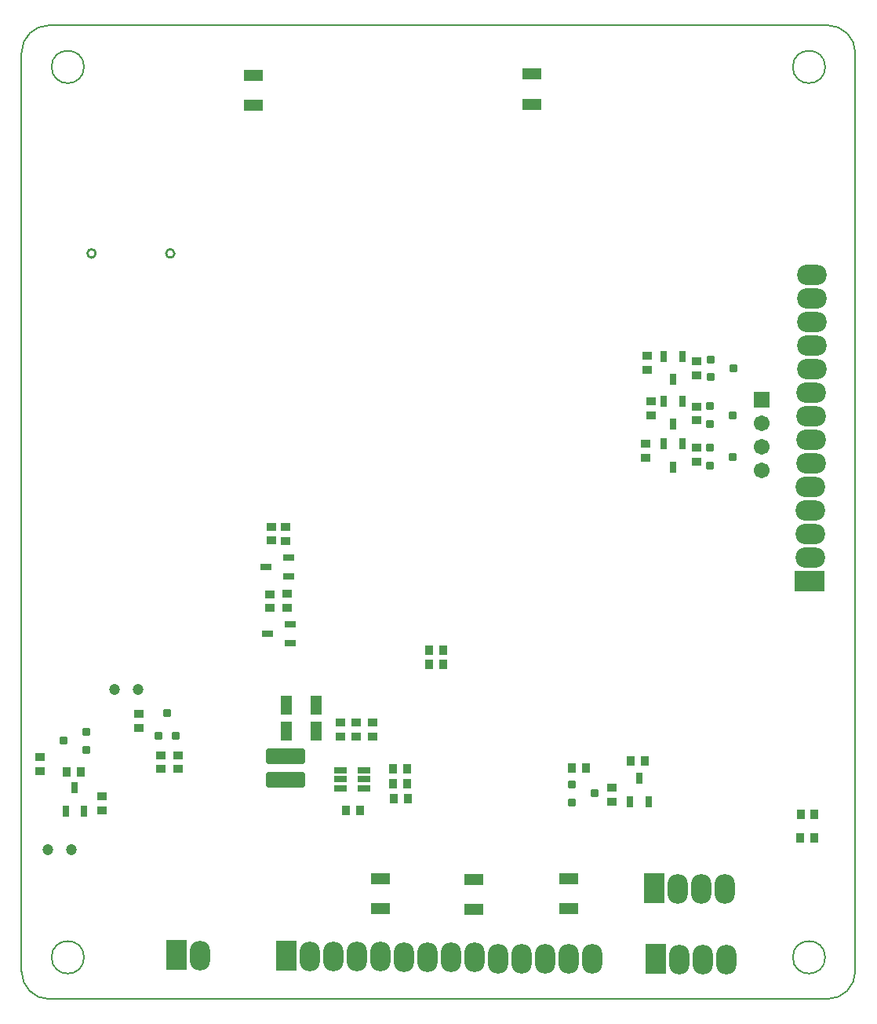
<source format=gbs>
%FSLAX25Y25*%
%MOIN*%
G70*
G01*
G75*
G04 Layer_Color=16711935*
%ADD10C,0.00800*%
%ADD11C,0.01000*%
%ADD12C,0.02000*%
%ADD13C,0.01200*%
%ADD14C,0.02000*%
%ADD15R,0.05906X0.05906*%
%ADD16R,0.02756X0.03347*%
%ADD17R,0.03347X0.02756*%
%ADD18R,0.03937X0.02362*%
G04:AMPARAMS|DCode=19|XSize=39.37mil|YSize=41.34mil|CornerRadius=5.91mil|HoleSize=0mil|Usage=FLASHONLY|Rotation=180.000|XOffset=0mil|YOffset=0mil|HoleType=Round|Shape=RoundedRectangle|*
%AMROUNDEDRECTD19*
21,1,0.03937,0.02953,0,0,180.0*
21,1,0.02756,0.04134,0,0,180.0*
1,1,0.01181,-0.01378,0.01476*
1,1,0.01181,0.01378,0.01476*
1,1,0.01181,0.01378,-0.01476*
1,1,0.01181,-0.01378,-0.01476*
%
%ADD19ROUNDEDRECTD19*%
G04:AMPARAMS|DCode=20|XSize=41.34mil|YSize=86.61mil|CornerRadius=6.2mil|HoleSize=0mil|Usage=FLASHONLY|Rotation=180.000|XOffset=0mil|YOffset=0mil|HoleType=Round|Shape=RoundedRectangle|*
%AMROUNDEDRECTD20*
21,1,0.04134,0.07421,0,0,180.0*
21,1,0.02894,0.08661,0,0,180.0*
1,1,0.01240,-0.01447,0.03711*
1,1,0.01240,0.01447,0.03711*
1,1,0.01240,0.01447,-0.03711*
1,1,0.01240,-0.01447,-0.03711*
%
%ADD20ROUNDEDRECTD20*%
%ADD21R,0.07874X0.07874*%
%ADD22R,0.07087X0.03937*%
%ADD23R,0.02000X0.05000*%
%ADD24R,0.02362X0.03937*%
%ADD25R,0.07874X0.07874*%
%ADD26R,0.02559X0.05315*%
%ADD27R,0.03937X0.05118*%
%ADD28R,0.05118X0.03937*%
G04:AMPARAMS|DCode=29|XSize=157.48mil|YSize=59.06mil|CornerRadius=8.86mil|HoleSize=0mil|Usage=FLASHONLY|Rotation=180.000|XOffset=0mil|YOffset=0mil|HoleType=Round|Shape=RoundedRectangle|*
%AMROUNDEDRECTD29*
21,1,0.15748,0.04134,0,0,180.0*
21,1,0.13976,0.05906,0,0,180.0*
1,1,0.01772,-0.06988,0.02067*
1,1,0.01772,0.06988,0.02067*
1,1,0.01772,0.06988,-0.02067*
1,1,0.01772,-0.06988,-0.02067*
%
%ADD29ROUNDEDRECTD29*%
%ADD30R,0.06299X0.03543*%
%ADD31R,0.03543X0.06299*%
%ADD32R,0.01969X0.09843*%
%ADD33R,0.03937X0.03150*%
%ADD34R,0.03150X0.03937*%
%ADD35R,0.09843X0.11811*%
%ADD36O,0.07087X0.02362*%
%ADD37O,0.02362X0.07087*%
%ADD38R,0.01575X0.03347*%
%ADD39R,0.01378X0.01181*%
%ADD40R,0.01378X0.00984*%
%ADD41R,0.01181X0.01181*%
%ADD42O,0.02500X0.05500*%
%ADD43R,0.02500X0.05500*%
%ADD44R,0.05000X0.05000*%
%ADD45R,0.07874X0.05000*%
G04:AMPARAMS|DCode=46|XSize=45mil|YSize=65mil|CornerRadius=5.63mil|HoleSize=0mil|Usage=FLASHONLY|Rotation=270.000|XOffset=0mil|YOffset=0mil|HoleType=Round|Shape=RoundedRectangle|*
%AMROUNDEDRECTD46*
21,1,0.04500,0.05375,0,0,270.0*
21,1,0.03375,0.06500,0,0,270.0*
1,1,0.01125,-0.02688,-0.01688*
1,1,0.01125,-0.02688,0.01688*
1,1,0.01125,0.02688,0.01688*
1,1,0.01125,0.02688,-0.01688*
%
%ADD46ROUNDEDRECTD46*%
%ADD47R,0.07874X0.06693*%
%ADD48O,0.06299X0.01181*%
%ADD49O,0.01181X0.06299*%
%ADD50R,0.06299X0.01181*%
%ADD51R,0.02559X0.04843*%
%ADD52R,0.02756X0.08268*%
%ADD53C,0.03000*%
%ADD54C,0.04000*%
%ADD55R,0.09200X0.08300*%
%ADD56R,0.49000X0.11200*%
%ADD57R,0.07000X0.08100*%
%ADD58R,0.06200X0.16300*%
%ADD59R,0.25800X0.06600*%
%ADD60R,0.08400X0.20000*%
%ADD61C,0.00500*%
%ADD62C,0.05906*%
%ADD63R,0.05906X0.05906*%
%ADD64R,0.07874X0.11811*%
%ADD65O,0.07874X0.11811*%
%ADD66C,0.03937*%
%ADD67O,0.11811X0.07874*%
%ADD68R,0.11811X0.07874*%
%ADD69C,0.03000*%
%ADD70C,0.04000*%
G04:AMPARAMS|DCode=71|XSize=23.62mil|YSize=25.59mil|CornerRadius=3.54mil|HoleSize=0mil|Usage=FLASHONLY|Rotation=90.000|XOffset=0mil|YOffset=0mil|HoleType=Round|Shape=RoundedRectangle|*
%AMROUNDEDRECTD71*
21,1,0.02362,0.01850,0,0,90.0*
21,1,0.01654,0.02559,0,0,90.0*
1,1,0.00709,0.00925,0.00827*
1,1,0.00709,0.00925,-0.00827*
1,1,0.00709,-0.00925,-0.00827*
1,1,0.00709,-0.00925,0.00827*
%
%ADD71ROUNDEDRECTD71*%
G04:AMPARAMS|DCode=72|XSize=23.62mil|YSize=25.59mil|CornerRadius=3.54mil|HoleSize=0mil|Usage=FLASHONLY|Rotation=180.000|XOffset=0mil|YOffset=0mil|HoleType=Round|Shape=RoundedRectangle|*
%AMROUNDEDRECTD72*
21,1,0.02362,0.01850,0,0,180.0*
21,1,0.01654,0.02559,0,0,180.0*
1,1,0.00709,-0.00827,0.00925*
1,1,0.00709,0.00827,0.00925*
1,1,0.00709,0.00827,-0.00925*
1,1,0.00709,-0.00827,-0.00925*
%
%ADD72ROUNDEDRECTD72*%
%ADD73R,0.05000X0.02000*%
%ADD74R,0.03937X0.07087*%
%ADD75C,0.05000*%
%ADD76R,0.27900X0.11200*%
%ADD77R,0.07100X0.27500*%
%ADD78C,0.02362*%
%ADD79C,0.00984*%
%ADD80C,0.00787*%
%ADD81C,0.00300*%
%ADD82C,0.01969*%
%ADD83C,0.00394*%
%ADD84C,0.00400*%
%ADD85C,0.00493*%
%ADD86C,0.00700*%
%ADD87R,0.02228X0.02472*%
%ADD88R,0.04800X0.00800*%
%ADD89R,0.03600X0.00700*%
%ADD90R,0.02400X0.00600*%
%ADD91R,0.01500X0.00500*%
%ADD92R,0.06706X0.06706*%
%ADD93R,0.03556X0.04147*%
%ADD94R,0.04147X0.03556*%
%ADD95R,0.04737X0.03162*%
G04:AMPARAMS|DCode=96|XSize=47.37mil|YSize=49.34mil|CornerRadius=7.11mil|HoleSize=0mil|Usage=FLASHONLY|Rotation=180.000|XOffset=0mil|YOffset=0mil|HoleType=Round|Shape=RoundedRectangle|*
%AMROUNDEDRECTD96*
21,1,0.04737,0.03513,0,0,180.0*
21,1,0.03316,0.04934,0,0,180.0*
1,1,0.01421,-0.01658,0.01756*
1,1,0.01421,0.01658,0.01756*
1,1,0.01421,0.01658,-0.01756*
1,1,0.01421,-0.01658,-0.01756*
%
%ADD96ROUNDEDRECTD96*%
G04:AMPARAMS|DCode=97|XSize=49.34mil|YSize=94.61mil|CornerRadius=7.4mil|HoleSize=0mil|Usage=FLASHONLY|Rotation=180.000|XOffset=0mil|YOffset=0mil|HoleType=Round|Shape=RoundedRectangle|*
%AMROUNDEDRECTD97*
21,1,0.04934,0.07981,0,0,180.0*
21,1,0.03454,0.09461,0,0,180.0*
1,1,0.01480,-0.01727,0.03991*
1,1,0.01480,0.01727,0.03991*
1,1,0.01480,0.01727,-0.03991*
1,1,0.01480,-0.01727,-0.03991*
%
%ADD97ROUNDEDRECTD97*%
%ADD98R,0.08674X0.08674*%
%ADD99R,0.07887X0.04737*%
%ADD100R,0.02800X0.05800*%
%ADD101R,0.03162X0.04737*%
%ADD102R,0.08674X0.08674*%
%ADD103R,0.03359X0.06115*%
%ADD104R,0.04737X0.05918*%
%ADD105R,0.05918X0.04737*%
G04:AMPARAMS|DCode=106|XSize=165.48mil|YSize=67.06mil|CornerRadius=10.06mil|HoleSize=0mil|Usage=FLASHONLY|Rotation=180.000|XOffset=0mil|YOffset=0mil|HoleType=Round|Shape=RoundedRectangle|*
%AMROUNDEDRECTD106*
21,1,0.16548,0.04694,0,0,180.0*
21,1,0.14536,0.06706,0,0,180.0*
1,1,0.02012,-0.07268,0.02347*
1,1,0.02012,0.07268,0.02347*
1,1,0.02012,0.07268,-0.02347*
1,1,0.02012,-0.07268,-0.02347*
%
%ADD106ROUNDEDRECTD106*%
%ADD107R,0.07099X0.04343*%
%ADD108R,0.04343X0.07099*%
%ADD109R,0.02769X0.10642*%
%ADD110R,0.04737X0.03950*%
%ADD111R,0.03950X0.04737*%
%ADD112R,0.10642X0.12611*%
%ADD113O,0.07887X0.03162*%
%ADD114O,0.03162X0.07887*%
%ADD115R,0.02375X0.04147*%
%ADD116R,0.02178X0.01981*%
%ADD117R,0.02178X0.01784*%
%ADD118R,0.01981X0.01981*%
%ADD119O,0.03300X0.06300*%
%ADD120R,0.03300X0.06300*%
%ADD121R,0.05800X0.05800*%
%ADD122R,0.08674X0.05800*%
G04:AMPARAMS|DCode=123|XSize=53mil|YSize=73mil|CornerRadius=6.63mil|HoleSize=0mil|Usage=FLASHONLY|Rotation=270.000|XOffset=0mil|YOffset=0mil|HoleType=Round|Shape=RoundedRectangle|*
%AMROUNDEDRECTD123*
21,1,0.05300,0.05975,0,0,270.0*
21,1,0.03975,0.07300,0,0,270.0*
1,1,0.01325,-0.02988,-0.01988*
1,1,0.01325,-0.02988,0.01988*
1,1,0.01325,0.02988,0.01988*
1,1,0.01325,0.02988,-0.01988*
%
%ADD123ROUNDEDRECTD123*%
%ADD124R,0.08674X0.07493*%
%ADD125O,0.07099X0.01981*%
%ADD126O,0.01981X0.07099*%
%ADD127R,0.07099X0.01981*%
%ADD128R,0.03359X0.05643*%
%ADD129R,0.03556X0.09068*%
%ADD130C,0.06706*%
%ADD131R,0.06706X0.06706*%
%ADD132R,0.08674X0.12611*%
%ADD133O,0.08674X0.12611*%
%ADD134C,0.04737*%
%ADD135O,0.12611X0.08674*%
%ADD136R,0.12611X0.08674*%
G04:AMPARAMS|DCode=137|XSize=31.62mil|YSize=33.59mil|CornerRadius=4.74mil|HoleSize=0mil|Usage=FLASHONLY|Rotation=90.000|XOffset=0mil|YOffset=0mil|HoleType=Round|Shape=RoundedRectangle|*
%AMROUNDEDRECTD137*
21,1,0.03162,0.02410,0,0,90.0*
21,1,0.02214,0.03359,0,0,90.0*
1,1,0.00949,0.01205,0.01107*
1,1,0.00949,0.01205,-0.01107*
1,1,0.00949,-0.01205,-0.01107*
1,1,0.00949,-0.01205,0.01107*
%
%ADD137ROUNDEDRECTD137*%
G04:AMPARAMS|DCode=138|XSize=31.62mil|YSize=33.59mil|CornerRadius=4.74mil|HoleSize=0mil|Usage=FLASHONLY|Rotation=180.000|XOffset=0mil|YOffset=0mil|HoleType=Round|Shape=RoundedRectangle|*
%AMROUNDEDRECTD138*
21,1,0.03162,0.02410,0,0,180.0*
21,1,0.02214,0.03359,0,0,180.0*
1,1,0.00949,-0.01107,0.01205*
1,1,0.00949,0.01107,0.01205*
1,1,0.00949,0.01107,-0.01205*
1,1,0.00949,-0.01107,-0.01205*
%
%ADD138ROUNDEDRECTD138*%
%ADD139R,0.05800X0.02800*%
%ADD140R,0.04737X0.07887*%
D11*
X19716Y316481D02*
G03*
X19716Y316481I-1772J0D01*
G01*
X53181D02*
G03*
X53181Y316481I-1772J0D01*
G01*
D61*
X330709Y0D02*
G03*
X342520Y11811I0J11811D01*
G01*
X-11811D02*
G03*
X0Y0I11811J0D01*
G01*
X342520Y401575D02*
G03*
X330709Y413386I-11811J0D01*
G01*
X0D02*
G03*
X-11811Y401575I0J-11811D01*
G01*
X14764Y395670D02*
G03*
X14764Y395670I-6890J0D01*
G01*
X329725D02*
G03*
X329725Y395670I-6890J0D01*
G01*
Y17717D02*
G03*
X329725Y17717I-6890J0D01*
G01*
X14764D02*
G03*
X14764Y17717I-6890J0D01*
G01*
X-11811Y347999D02*
Y366326D01*
Y11811D02*
Y39370D01*
X0Y413386D02*
X330709D01*
X342520Y11811D02*
Y401575D01*
X0Y0D02*
X330709D01*
X-11811Y11811D02*
Y401575D01*
D93*
X247195Y101100D02*
D03*
X253100D02*
D03*
X222195Y98000D02*
D03*
X228100D02*
D03*
X167306Y148100D02*
D03*
X161400D02*
D03*
X161395Y142200D02*
D03*
X167300D02*
D03*
X325100Y68400D02*
D03*
X319195D02*
D03*
X325200Y78500D02*
D03*
X319295D02*
D03*
X7500Y96500D02*
D03*
X13406D02*
D03*
X126200Y80200D02*
D03*
X132106D02*
D03*
X152100Y91300D02*
D03*
X146195D02*
D03*
X152300Y85200D02*
D03*
X146395D02*
D03*
X152000Y97600D02*
D03*
X146095D02*
D03*
D94*
X238900Y83894D02*
D03*
Y89800D02*
D03*
X-3900Y96700D02*
D03*
Y102605D02*
D03*
X253900Y267000D02*
D03*
Y272905D02*
D03*
X275200Y264700D02*
D03*
Y270605D02*
D03*
X255600Y247800D02*
D03*
Y253706D02*
D03*
X275100Y245600D02*
D03*
Y251505D02*
D03*
X275153Y228000D02*
D03*
Y233906D02*
D03*
X253453Y229900D02*
D03*
Y235806D02*
D03*
X100298Y194519D02*
D03*
Y200424D02*
D03*
X101098Y166119D02*
D03*
Y172024D02*
D03*
X94398Y194619D02*
D03*
Y200524D02*
D03*
X93698Y165919D02*
D03*
Y171824D02*
D03*
X47298Y103519D02*
D03*
Y97613D02*
D03*
X37998Y121119D02*
D03*
Y115213D02*
D03*
X54798Y103519D02*
D03*
Y97613D02*
D03*
X123600Y117405D02*
D03*
Y111500D02*
D03*
X137400Y117306D02*
D03*
Y111400D02*
D03*
X130500Y117405D02*
D03*
Y111500D02*
D03*
X22400Y86006D02*
D03*
Y80100D02*
D03*
D95*
X101898Y187419D02*
D03*
X92055Y183482D02*
D03*
X101898Y179545D02*
D03*
X102453Y158969D02*
D03*
X92610Y155032D02*
D03*
X102453Y151095D02*
D03*
D99*
X86700Y379300D02*
D03*
Y392095D02*
D03*
X205000Y379800D02*
D03*
Y392595D02*
D03*
X180500Y38100D02*
D03*
Y50895D02*
D03*
X220593Y38400D02*
D03*
Y51195D02*
D03*
X140600Y38400D02*
D03*
Y51195D02*
D03*
D101*
X246826Y83900D02*
D03*
X250763Y93743D02*
D03*
X254700Y83900D02*
D03*
X261154Y253800D02*
D03*
X265090Y243957D02*
D03*
X269028Y253800D02*
D03*
X261154Y272900D02*
D03*
X265090Y263057D02*
D03*
X269028Y272900D02*
D03*
X261154Y235700D02*
D03*
X265090Y225857D02*
D03*
X269028Y235700D02*
D03*
X6926Y79800D02*
D03*
X10863Y89643D02*
D03*
X14800Y79800D02*
D03*
D106*
X100500Y92982D02*
D03*
Y103218D02*
D03*
D130*
X302800Y224400D02*
D03*
Y234400D02*
D03*
Y244400D02*
D03*
D131*
Y254400D02*
D03*
D132*
X54200Y18900D02*
D03*
X100800Y18400D02*
D03*
X257600Y17200D02*
D03*
X257200Y47200D02*
D03*
D133*
X64200Y18506D02*
D03*
X140800Y18006D02*
D03*
X130800D02*
D03*
X120800D02*
D03*
X110800D02*
D03*
X150800Y17613D02*
D03*
X160800D02*
D03*
X170800D02*
D03*
X180800D02*
D03*
X190800Y17219D02*
D03*
X200800D02*
D03*
X210800D02*
D03*
X220800D02*
D03*
X230800D02*
D03*
X287600Y16806D02*
D03*
X277600D02*
D03*
X267600D02*
D03*
X287200Y46806D02*
D03*
X277200D02*
D03*
X267200D02*
D03*
D134*
X37898Y131519D02*
D03*
X27898D02*
D03*
X-700Y63300D02*
D03*
X9300D02*
D03*
D135*
X323394Y217400D02*
D03*
Y207400D02*
D03*
Y197400D02*
D03*
Y187400D02*
D03*
X323787Y227400D02*
D03*
Y237400D02*
D03*
Y247400D02*
D03*
Y257400D02*
D03*
X324181Y267400D02*
D03*
Y277400D02*
D03*
Y287400D02*
D03*
Y297400D02*
D03*
Y307400D02*
D03*
D136*
X323000Y177400D02*
D03*
D137*
X231823Y87300D02*
D03*
X222177Y91040D02*
D03*
Y83560D02*
D03*
X281077Y263960D02*
D03*
Y271440D02*
D03*
X290723Y267700D02*
D03*
X280777Y244160D02*
D03*
Y251640D02*
D03*
X290423Y247900D02*
D03*
X15723Y113340D02*
D03*
Y105860D02*
D03*
X6077Y109600D02*
D03*
X280631Y226460D02*
D03*
Y233940D02*
D03*
X290276Y230200D02*
D03*
D138*
X53838Y111796D02*
D03*
X46358D02*
D03*
X50098Y121442D02*
D03*
D139*
X133600Y93240D02*
D03*
X123600Y89500D02*
D03*
Y96980D02*
D03*
Y93240D02*
D03*
X133600Y89500D02*
D03*
Y96980D02*
D03*
D140*
X100600Y124800D02*
D03*
X113395D02*
D03*
X100600Y113700D02*
D03*
X113395D02*
D03*
M02*

</source>
